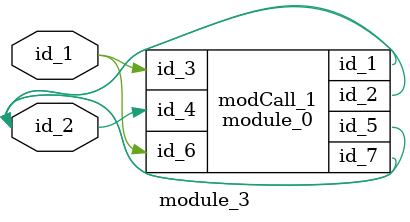
<source format=v>
module module_0 (
    id_1,
    id_2,
    id_3,
    id_4,
    id_5,
    id_6,
    id_7
);
  output wire id_7;
  input wire id_6;
  inout wire id_5;
  input wire id_4;
  input wire id_3;
  inout wire id_2;
  output wire id_1;
  assign id_5 = id_2;
endmodule
module module_1 (
    id_1,
    id_2
);
  inout wire id_2;
  output wire id_1;
  assign id_2 = id_2;
  module_0 modCall_1 (
      id_2,
      id_2,
      id_2,
      id_2,
      id_2,
      id_2,
      id_2
  );
endmodule
module module_2;
  wire id_1;
  module_0 modCall_1 (
      id_1,
      id_1,
      id_1,
      id_1,
      id_1,
      id_1,
      id_1
  );
endmodule
module module_3 (
    id_1,
    id_2
);
  inout wire id_2;
  input wire id_1;
  module_0 modCall_1 (
      id_2,
      id_2,
      id_1,
      id_2,
      id_2,
      id_1,
      id_2
  );
endmodule

</source>
